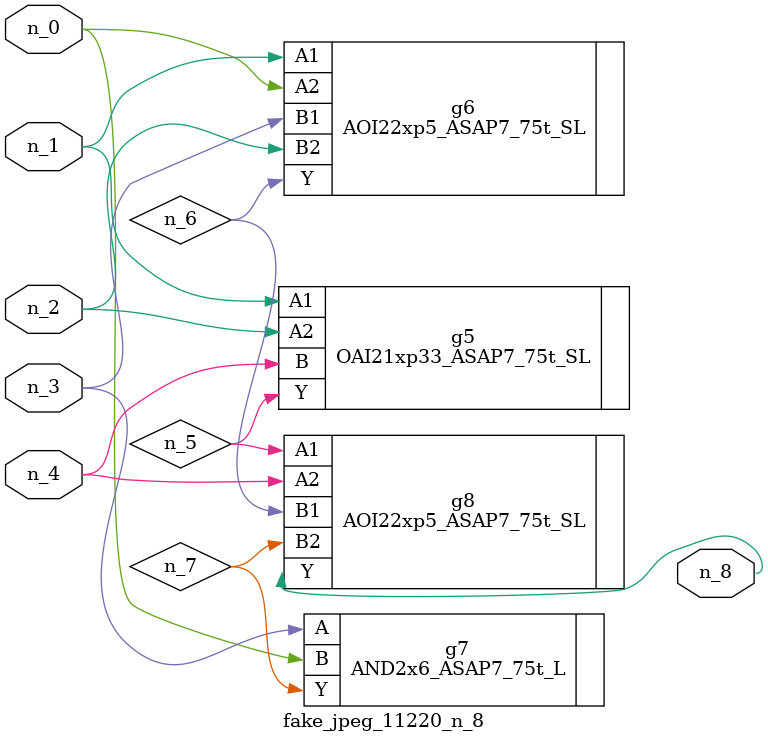
<source format=v>
module fake_jpeg_11220_n_8 (n_3, n_2, n_1, n_0, n_4, n_8);

input n_3;
input n_2;
input n_1;
input n_0;
input n_4;

output n_8;

wire n_6;
wire n_5;
wire n_7;

OAI21xp33_ASAP7_75t_SL g5 ( 
.A1(n_1),
.A2(n_2),
.B(n_4),
.Y(n_5)
);

AOI22xp5_ASAP7_75t_SL g6 ( 
.A1(n_1),
.A2(n_0),
.B1(n_3),
.B2(n_2),
.Y(n_6)
);

AND2x6_ASAP7_75t_L g7 ( 
.A(n_3),
.B(n_0),
.Y(n_7)
);

AOI22xp5_ASAP7_75t_SL g8 ( 
.A1(n_5),
.A2(n_4),
.B1(n_6),
.B2(n_7),
.Y(n_8)
);


endmodule
</source>
